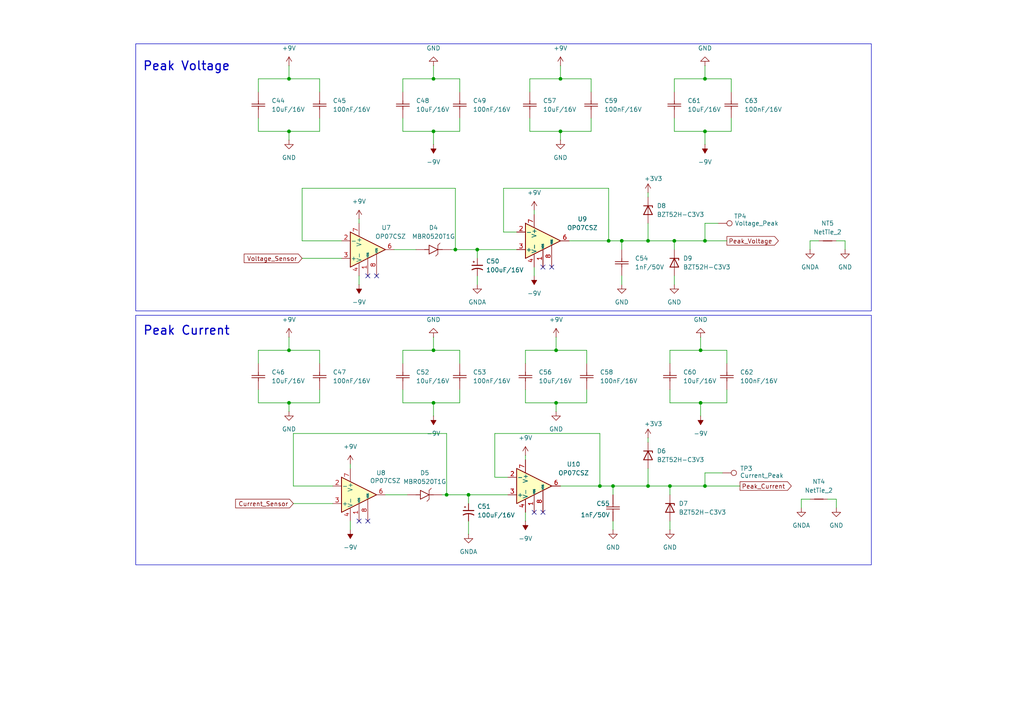
<source format=kicad_sch>
(kicad_sch (version 20250114) (generator "eeschema") (generator_version "9.0")
  (paper "A4")
  (lib_symbols
    (symbol "Connector:TestPoint" (pin_numbers (hide yes)) (pin_names (offset 0.762) (hide yes))
      (property "Reference" "TP" (at 0 6.858 0))
      (property "Value" "TestPoint" (at 0 5.08 0))
      (symbol "TestPoint_0_1"
        (circle (center 0 3.302) (radius 0.762))
      )
      (symbol "TestPoint_1_1"
        (pin passive line (at 0 0 90) (length 2.54) (name "1") (number "1"))
      )
    )
    (symbol "Device:NetTie_2" (pin_numbers (hide yes)) (pin_names (offset 0) (hide yes)) (in_bom no)
      (property "Reference" "NT" (at 0 1.27 0))
      (property "Value" "NetTie_2" (at 0 -1.27 0))
      (symbol "NetTie_2_0_1"
        (polyline (pts (xy -1.27 0) (xy 1.27 0)) (stroke (width 0.254)))
      )
      (symbol "NetTie_2_1_1"
        (pin passive line (at -2.54 0 0) (length 2.54) (name "1") (number "1"))
        (pin passive line (at 2.54 0 180) (length 2.54) (name "2") (number "2"))
      )
    )
    (symbol "Measurement_Power_AC:BZT52H-C3V3" (pin_numbers (hide yes)) (pin_names (hide yes))
      (property "Reference" "D" (at 3.556 2.794 0))
      (property "Value" "BZT52H-C3V3" (at 3.81 -2.54 0))
      (symbol "BZT52H-C3V3_0_1"
        (polyline (pts (xy 2.54 1.27) (xy 2.54 -1.27) (xy 5.08 0) (xy 2.54 1.27)) (stroke (width 0.254)))
        (polyline (pts (xy 2.54 0) (xy 5.08 0)))
        (polyline (pts (xy 5.08 1.27) (xy 5.08 -1.27) (xy 4.572 -1.27)) (stroke (width 0.254)))
      )
      (symbol "BZT52H-C3V3_1_1"
        (pin passive line (at 0 0 0) (length 2.54) (name "A") (number "2"))
        (pin passive line (at 7.62 0 180) (length 2.54) (name "K") (number "1"))
      )
    )
    (symbol "Measurement_Power_AC:Cap_Polarized_SMD_100uF_16V" (pin_numbers (hide yes)) (pin_names (offset 0.254))
      (property "Reference" "C" (at 0 2.286 0))
      (property "Value" "100uF/16V" (at 0 -2.794 0))
      (symbol "Cap_Polarized_SMD_100uF_16V_0_1"
        (polyline (pts (xy 1.016 -1.27) (xy 1.016 -0.762)))
        (polyline (pts (xy 1.27 -1.016) (xy 0.762 -1.016)))
        (polyline (pts (xy 2.032 -1.524) (xy 2.032 1.524)) (stroke (width 0.3048)))
        (arc (start 3.302 -1.524) (mid 2.9134 0) (end 3.302 1.524) (stroke (width 0.3048)))
      )
      (symbol "Cap_Polarized_SMD_100uF_16V_1_1"
        (pin passive line (at 0 0 0) (length 2.032) (name "~") (number "1"))
        (pin passive line (at 5.08 0 180) (length 2.032) (name "~") (number "2"))
      )
    )
    (symbol "Measurement_Power_AC:Ceramic_Cap_SMD_0603_100nF_16V" (pin_numbers (hide yes)) (pin_names (hide yes))
      (property "Reference" "C" (at 1.016 2.794 0))
      (property "Value" "100nF/16V" (at 0.254 5.334 0))
      (symbol "Ceramic_Cap_SMD_0603_100nF_16V_1_1"
        (polyline (pts (xy 1.27 0) (xy 2.2098 0)) (stroke (width 0.2032)))
        (polyline (pts (xy 2.2098 -1.905) (xy 2.2098 1.905)) (stroke (width 0.2032)))
        (polyline (pts (xy 2.8448 0) (xy 3.81 0)) (stroke (width 0.2032)))
        (polyline (pts (xy 2.8448 -1.905) (xy 2.8448 1.905)) (stroke (width 0.2032)))
        (pin unspecified line (at -1.27 0 0) (length 2.54) (name "") (number "1"))
        (pin unspecified line (at 6.35 0 180) (length 2.54) (name "") (number "2"))
      )
    )
    (symbol "Measurement_Power_AC:Ceramic_Cap_SMD_0603_10uF_16V" (pin_numbers (hide yes)) (pin_names (hide yes))
      (property "Reference" "C" (at 2.286 2.794 0))
      (property "Value" "10uF/16V" (at 0.254 5.334 0))
      (symbol "Ceramic_Cap_SMD_0603_10uF_16V_1_1"
        (polyline (pts (xy 2.54 0) (xy 3.4798 0)) (stroke (width 0.2032)))
        (polyline (pts (xy 3.4798 -1.905) (xy 3.4798 1.905)) (stroke (width 0.2032)))
        (polyline (pts (xy 4.1148 0) (xy 5.08 0)) (stroke (width 0.2032)))
        (polyline (pts (xy 4.1148 -1.905) (xy 4.1148 1.905)) (stroke (width 0.2032)))
        (pin unspecified line (at 0 0 0) (length 2.54) (name "") (number "1"))
        (pin unspecified line (at 7.62 0 180) (length 2.54) (name "") (number "2"))
      )
    )
    (symbol "Measurement_Power_AC:Ceramic_Cap_SMD_0603_1nF_50V" (pin_numbers (hide yes)) (pin_names (hide yes))
      (property "Reference" "C" (at 1.016 2.794 0))
      (property "Value" "1nF/50V" (at 0.254 5.334 0))
      (symbol "Ceramic_Cap_SMD_0603_1nF_50V_1_1"
        (polyline (pts (xy 1.27 0) (xy 2.2098 0)) (stroke (width 0.2032)))
        (polyline (pts (xy 2.2098 -1.905) (xy 2.2098 1.905)) (stroke (width 0.2032)))
        (polyline (pts (xy 2.8448 0) (xy 3.81 0)) (stroke (width 0.2032)))
        (polyline (pts (xy 2.8448 -1.905) (xy 2.8448 1.905)) (stroke (width 0.2032)))
        (pin unspecified line (at -1.27 0 0) (length 2.54) (name "") (number "1"))
        (pin unspecified line (at 6.35 0 180) (length 2.54) (name "") (number "2"))
      )
    )
    (symbol "Measurement_Power_AC:MBR0520T1G" (pin_numbers (hide yes)) (pin_names (hide yes))
      (property "Reference" "D" (at -1.016 2.286 0))
      (property "Value" "MBR0520T1G" (at 2.54 -2.794 0))
      (symbol "MBR0520T1G_0_1"
        (polyline (pts (xy -1.27 0) (xy -0.127 0)) (stroke (width 0.2032)))
        (polyline (pts (xy 0 1.27) (xy 0 -1.27)) (stroke (width 0.2032)))
        (polyline (pts (xy 0 -1.27) (xy 2.54 0)) (stroke (width 0.2032)))
        (polyline (pts (xy 2.54 1.27) (xy 2.54 -1.27)))
        (polyline (pts (xy 2.54 1.27) (xy 3.175 1.905)))
        (polyline (pts (xy 2.54 0) (xy 0 1.27)) (stroke (width 0.2032)))
        (polyline (pts (xy 2.54 0) (xy 3.81 0)) (stroke (width 0.2032)))
        (polyline (pts (xy 2.54 -1.27) (xy 1.905 -1.905)))
      )
      (symbol "MBR0520T1G_1_1"
        (pin unspecified line (at -3.81 0 0) (length 2.54) (name "A") (number "1"))
        (pin unspecified line (at 6.35 0 180) (length 2.54) (name "K") (number "2"))
      )
    )
    (symbol "Measurement_Power_AC:OP07CSZ" (pin_names (offset 0.127))
      (property "Reference" "U" (at -1.778 12.954 0))
      (property "Value" "OP07CSZ" (at 9.652 1.27 0))
      (symbol "OP07CSZ_0_1"
        (polyline (pts (xy 0 10.16) (xy 10.16 5.08) (xy 0 0) (xy 0 10.16)) (stroke (width 0.254)) (fill (type background)))
      )
      (symbol "OP07CSZ_1_1"
        (pin input line (at -2.54 7.62 0) (length 2.54) (name "-") (number "2"))
        (pin input line (at -2.54 2.54 0) (length 2.54) (name "+") (number "3"))
        (pin power_in line (at 2.54 12.7 270) (length 3.81) (name "V+") (number "7"))
        (pin power_in line (at 2.54 -2.54 90) (length 3.81) (name "V-") (number "4"))
        (pin no_connect line (at 5.08 7.62 270) (length 2.54) (hide yes) (name "NC") (number "5"))
        (pin input line (at 5.08 -2.54 90) (length 5.08) (name "VOS") (number "1"))
        (pin input line (at 7.62 -2.54 90) (length 6.35) (name "VOS") (number "8"))
        (pin output line (at 12.7 5.08 180) (length 2.54) (name "~") (number "6"))
      )
    )
    (symbol "OP07CSZ_1" (pin_names (offset 0.127))
      (property "Reference" "U" (at -1.778 12.954 0))
      (property "Value" "OP07CSZ" (at 9.652 1.27 0))
      (symbol "OP07CSZ_1_0_1"
        (polyline (pts (xy 0 10.16) (xy 10.16 5.08) (xy 0 0) (xy 0 10.16)) (stroke (width 0.254)) (fill (type background)))
      )
      (symbol "OP07CSZ_1_1_1"
        (pin input line (at -2.54 7.62 0) (length 2.54) (name "-") (number "2"))
        (pin input line (at -2.54 2.54 0) (length 2.54) (name "+") (number "3"))
        (pin power_in line (at 2.54 12.7 270) (length 3.81) (name "V+") (number "7"))
        (pin power_in line (at 2.54 -2.54 90) (length 3.81) (name "V-") (number "4"))
        (pin no_connect line (at 5.08 7.62 270) (length 2.54) (hide yes) (name "NC") (number "5"))
        (pin input line (at 5.08 -2.54 90) (length 5.08) (name "VOS") (number "1"))
        (pin input line (at 7.62 -2.54 90) (length 6.35) (name "VOS") (number "8"))
        (pin output line (at 12.7 5.08 180) (length 2.54) (name "~") (number "6"))
      )
    )
    (symbol "OP07CSZ_2" (pin_names (offset 0.127))
      (property "Reference" "U" (at -1.778 12.954 0))
      (property "Value" "OP07CSZ" (at 9.652 1.27 0))
      (symbol "OP07CSZ_2_0_1"
        (polyline (pts (xy 0 10.16) (xy 10.16 5.08) (xy 0 0) (xy 0 10.16)) (stroke (width 0.254)) (fill (type background)))
      )
      (symbol "OP07CSZ_2_1_1"
        (pin input line (at -2.54 7.62 0) (length 2.54) (name "-") (number "2"))
        (pin input line (at -2.54 2.54 0) (length 2.54) (name "+") (number "3"))
        (pin power_in line (at 2.54 12.7 270) (length 3.81) (name "V+") (number "7"))
        (pin power_in line (at 2.54 -2.54 90) (length 3.81) (name "V-") (number "4"))
        (pin no_connect line (at 5.08 7.62 270) (length 2.54) (hide yes) (name "NC") (number "5"))
        (pin input line (at 5.08 -2.54 90) (length 5.08) (name "VOS") (number "1"))
        (pin input line (at 7.62 -2.54 90) (length 6.35) (name "VOS") (number "8"))
        (pin output line (at 12.7 5.08 180) (length 2.54) (name "~") (number "6"))
      )
    )
    (symbol "OP07CSZ_3" (pin_names (offset 0.127))
      (property "Reference" "U" (at -1.778 12.954 0))
      (property "Value" "OP07CSZ" (at 9.652 1.27 0))
      (symbol "OP07CSZ_3_0_1"
        (polyline (pts (xy 0 10.16) (xy 10.16 5.08) (xy 0 0) (xy 0 10.16)) (stroke (width 0.254)) (fill (type background)))
      )
      (symbol "OP07CSZ_3_1_1"
        (pin input line (at -2.54 7.62 0) (length 2.54) (name "-") (number "2"))
        (pin input line (at -2.54 2.54 0) (length 2.54) (name "+") (number "3"))
        (pin power_in line (at 2.54 12.7 270) (length 3.81) (name "V+") (number "7"))
        (pin power_in line (at 2.54 -2.54 90) (length 3.81) (name "V-") (number "4"))
        (pin no_connect line (at 5.08 7.62 270) (length 2.54) (hide yes) (name "NC") (number "5"))
        (pin input line (at 5.08 -2.54 90) (length 5.08) (name "VOS") (number "1"))
        (pin input line (at 7.62 -2.54 90) (length 6.35) (name "VOS") (number "8"))
        (pin output line (at 12.7 5.08 180) (length 2.54) (name "~") (number "6"))
      )
    )
    (symbol "power:+3V3" (power) (pin_numbers (hide yes)) (pin_names (offset 0) (hide yes))
      (property "Value" "+3V3" (at 0 3.556 0))
      (symbol "+3V3_0_1"
        (polyline (pts (xy -0.762 1.27) (xy 0 2.54)))
        (polyline (pts (xy 0 2.54) (xy 0.762 1.27)))
        (polyline (pts (xy 0 0) (xy 0 2.54)))
      )
      (symbol "+3V3_1_1"
        (pin power_in line (at 0 0 90) (length 0) (name "~") (number "1"))
      )
    )
    (symbol "power:+9V" (power) (pin_numbers (hide yes)) (pin_names (offset 0) (hide yes))
      (property "Value" "+9V" (at 0 3.556 0))
      (symbol "+9V_0_1"
        (polyline (pts (xy -0.762 1.27) (xy 0 2.54)))
        (polyline (pts (xy 0 2.54) (xy 0.762 1.27)))
        (polyline (pts (xy 0 0) (xy 0 2.54)))
      )
      (symbol "+9V_1_1"
        (pin power_in line (at 0 0 90) (length 0) (name "~") (number "1"))
      )
    )
    (symbol "power:-9V" (power) (pin_numbers (hide yes)) (pin_names (offset 0) (hide yes))
      (property "Value" "-9V" (at 0 3.556 0))
      (symbol "-9V_0_1"
        (polyline (pts (xy 0 0) (xy 0 2.54)))
        (polyline (pts (xy 0.762 1.27) (xy -0.762 1.27) (xy 0 2.54) (xy 0.762 1.27)) (fill (type outline)))
      )
      (symbol "-9V_1_1"
        (pin power_in line (at 0 0 90) (length 0) (name "~") (number "1"))
      )
    )
    (symbol "power:GND" (power) (pin_numbers (hide yes)) (pin_names (offset 0) (hide yes))
      (property "Value" "GND" (at 0 -3.81 0))
      (symbol "GND_0_1"
        (polyline (pts (xy 0 0) (xy 0 -1.27) (xy 1.27 -1.27) (xy 0 -2.54) (xy -1.27 -1.27) (xy 0 -1.27)))
      )
      (symbol "GND_1_1"
        (pin power_in line (at 0 0 270) (length 0) (name "~") (number "1"))
      )
    )
    (symbol "power:GNDA" (power) (pin_numbers (hide yes)) (pin_names (offset 0) (hide yes))
      (property "Value" "GNDA" (at 0 -3.81 0))
      (symbol "GNDA_0_1"
        (polyline (pts (xy 0 0) (xy 0 -1.27) (xy 1.27 -1.27) (xy 0 -2.54) (xy -1.27 -1.27) (xy 0 -1.27)))
      )
      (symbol "GNDA_1_1"
        (pin power_in line (at 0 0 270) (length 0) (name "~") (number "1"))
      )
    )
  )
  (rectangle (start 39.37 91.44) (end 252.73 163.83))
  (rectangle (start 39.37 12.7) (end 252.73 90.17))
  (text "Peak Current" (at 54.102 96.012 0) (effects (font (size 2.54 2.54) (thickness 0.3556) (bold yes))))
  (text "Peak Voltage" (at 54.102 19.304 0) (effects (font (size 2.54 2.54) (thickness 0.3556) (bold yes))))
  (junction (at 203.2 116.84))
  (junction (at 125.73 101.6))
  (junction (at 138.43 72.39))
  (junction (at 176.53 69.85))
  (junction (at 177.8 140.97))
  (junction (at 204.47 140.97))
  (junction (at 162.56 38.1))
  (junction (at 195.58 69.85))
  (junction (at 132.08 72.39))
  (junction (at 162.56 22.86))
  (junction (at 180.34 69.85))
  (junction (at 125.73 116.84))
  (junction (at 135.89 143.51))
  (junction (at 129.54 143.51))
  (junction (at 173.99 140.97))
  (junction (at 161.29 116.84))
  (junction (at 161.29 101.6))
  (junction (at 125.73 22.86))
  (junction (at 83.82 116.84))
  (junction (at 125.73 38.1))
  (junction (at 83.82 22.86))
  (junction (at 83.82 38.1))
  (junction (at 187.96 140.97))
  (junction (at 204.47 38.1))
  (junction (at 203.2 101.6))
  (junction (at 204.47 69.85))
  (junction (at 187.96 69.85))
  (junction (at 83.82 101.6))
  (junction (at 204.47 22.86))
  (junction (at 194.31 140.97))
  (no_connect (at 106.68 151.13))
  (no_connect (at 104.14 151.13))
  (no_connect (at 157.48 77.47))
  (no_connect (at 157.48 148.59))
  (no_connect (at 109.22 80.01))
  (no_connect (at 154.94 148.59))
  (no_connect (at 160.02 77.47))
  (no_connect (at 106.68 80.01))
  (wire (pts (xy 176.53 69.85) (xy 180.34 69.85)))
  (wire (pts (xy 74.93 116.84) (xy 83.82 116.84)))
  (wire (pts (xy 161.29 101.6) (xy 170.18 101.6)))
  (wire (pts (xy 83.82 22.86) (xy 92.71 22.86)))
  (wire (pts (xy 74.93 101.6) (xy 83.82 101.6)))
  (wire (pts (xy 204.47 38.1) (xy 204.47 41.91)))
  (wire (pts (xy 74.93 113.03) (xy 74.93 116.84)))
  (wire (pts (xy 187.96 140.97) (xy 177.8 140.97)))
  (wire (pts (xy 203.2 101.6) (xy 210.82 101.6)))
  (wire (pts (xy 83.82 101.6) (xy 92.71 101.6)))
  (wire (pts (xy 195.58 69.85) (xy 204.47 69.85)))
  (wire (pts (xy 176.53 69.85) (xy 165.1 69.85)))
  (wire (pts (xy 212.09 38.1) (xy 212.09 34.29)))
  (wire (pts (xy 187.96 135.89) (xy 187.96 140.97)))
  (wire (pts (xy 204.47 69.85) (xy 210.82 69.85)))
  (wire (pts (xy 101.6 151.13) (xy 101.6 153.67)))
  (wire (pts (xy 242.57 144.78) (xy 240.03 144.78)))
  (wire (pts (xy 87.63 69.85) (xy 87.63 54.61)))
  (wire (pts (xy 116.84 26.67) (xy 116.84 22.86)))
  (wire (pts (xy 147.32 138.43) (xy 143.51 138.43)))
  (wire (pts (xy 154.94 77.47) (xy 154.94 80.01)))
  (wire (pts (xy 154.94 60.96) (xy 154.94 62.23)))
  (wire (pts (xy 161.29 116.84) (xy 161.29 119.38)))
  (wire (pts (xy 162.56 22.86) (xy 171.45 22.86)))
  (wire (pts (xy 245.11 69.85) (xy 242.57 69.85)))
  (wire (pts (xy 153.67 38.1) (xy 162.56 38.1)))
  (wire (pts (xy 195.58 72.39) (xy 195.58 69.85)))
  (wire (pts (xy 171.45 22.86) (xy 171.45 26.67)))
  (wire (pts (xy 161.29 116.84) (xy 170.18 116.84)))
  (wire (pts (xy 153.67 34.29) (xy 153.67 38.1)))
  (wire (pts (xy 234.95 69.85) (xy 237.49 69.85)))
  (wire (pts (xy 116.84 22.86) (xy 125.73 22.86)))
  (wire (pts (xy 129.54 143.51) (xy 128.27 143.51)))
  (wire (pts (xy 138.43 72.39) (xy 149.86 72.39)))
  (wire (pts (xy 210.82 101.6) (xy 210.82 105.41)))
  (wire (pts (xy 74.93 105.41) (xy 74.93 101.6)))
  (wire (pts (xy 114.3 72.39) (xy 120.65 72.39)))
  (wire (pts (xy 111.76 143.51) (xy 118.11 143.51)))
  (wire (pts (xy 203.2 97.79) (xy 203.2 101.6)))
  (wire (pts (xy 85.09 140.97) (xy 96.52 140.97)))
  (wire (pts (xy 101.6 134.62) (xy 101.6 135.89)))
  (wire (pts (xy 204.47 64.77) (xy 204.47 69.85)))
  (wire (pts (xy 125.73 19.05) (xy 125.73 22.86)))
  (wire (pts (xy 177.8 151.13) (xy 177.8 153.67)))
  (wire (pts (xy 194.31 116.84) (xy 203.2 116.84)))
  (wire (pts (xy 125.73 22.86) (xy 133.35 22.86)))
  (wire (pts (xy 195.58 22.86) (xy 204.47 22.86)))
  (wire (pts (xy 232.41 144.78) (xy 234.95 144.78)))
  (wire (pts (xy 194.31 105.41) (xy 194.31 101.6)))
  (wire (pts (xy 170.18 116.84) (xy 170.18 113.03)))
  (wire (pts (xy 195.58 34.29) (xy 195.58 38.1)))
  (wire (pts (xy 234.95 72.39) (xy 234.95 69.85)))
  (wire (pts (xy 177.8 143.51) (xy 177.8 140.97)))
  (wire (pts (xy 242.57 144.78) (xy 242.57 147.32)))
  (wire (pts (xy 162.56 38.1) (xy 171.45 38.1)))
  (wire (pts (xy 92.71 38.1) (xy 92.71 34.29)))
  (wire (pts (xy 125.73 116.84) (xy 125.73 120.65)))
  (wire (pts (xy 116.84 34.29) (xy 116.84 38.1)))
  (wire (pts (xy 116.84 113.03) (xy 116.84 116.84)))
  (wire (pts (xy 87.63 54.61) (xy 132.08 54.61)))
  (wire (pts (xy 152.4 132.08) (xy 152.4 133.35)))
  (wire (pts (xy 138.43 80.01) (xy 138.43 82.55)))
  (wire (pts (xy 204.47 22.86) (xy 212.09 22.86)))
  (wire (pts (xy 125.73 101.6) (xy 133.35 101.6)))
  (wire (pts (xy 116.84 105.41) (xy 116.84 101.6)))
  (wire (pts (xy 187.96 55.88) (xy 187.96 57.15)))
  (wire (pts (xy 146.05 67.31) (xy 146.05 54.61)))
  (wire (pts (xy 187.96 140.97) (xy 194.31 140.97)))
  (wire (pts (xy 138.43 72.39) (xy 138.43 74.93)))
  (wire (pts (xy 204.47 137.16) (xy 204.47 140.97)))
  (wire (pts (xy 116.84 116.84) (xy 125.73 116.84)))
  (wire (pts (xy 133.35 116.84) (xy 133.35 113.03)))
  (wire (pts (xy 195.58 26.67) (xy 195.58 22.86)))
  (wire (pts (xy 85.09 146.05) (xy 96.52 146.05)))
  (wire (pts (xy 170.18 101.6) (xy 170.18 105.41)))
  (wire (pts (xy 74.93 38.1) (xy 83.82 38.1)))
  (wire (pts (xy 133.35 22.86) (xy 133.35 26.67)))
  (wire (pts (xy 180.34 72.39) (xy 180.34 69.85)))
  (wire (pts (xy 204.47 140.97) (xy 214.63 140.97)))
  (wire (pts (xy 132.08 72.39) (xy 138.43 72.39)))
  (wire (pts (xy 143.51 125.73) (xy 173.99 125.73)))
  (wire (pts (xy 152.4 105.41) (xy 152.4 101.6)))
  (wire (pts (xy 173.99 140.97) (xy 177.8 140.97)))
  (wire (pts (xy 152.4 101.6) (xy 161.29 101.6)))
  (wire (pts (xy 133.35 101.6) (xy 133.35 105.41)))
  (wire (pts (xy 125.73 38.1) (xy 125.73 41.91)))
  (wire (pts (xy 146.05 54.61) (xy 176.53 54.61)))
  (wire (pts (xy 104.14 80.01) (xy 104.14 82.55)))
  (wire (pts (xy 83.82 116.84) (xy 83.82 119.38)))
  (wire (pts (xy 187.96 69.85) (xy 195.58 69.85)))
  (wire (pts (xy 162.56 19.05) (xy 162.56 22.86)))
  (wire (pts (xy 195.58 80.01) (xy 195.58 82.55)))
  (wire (pts (xy 92.71 116.84) (xy 92.71 113.03)))
  (wire (pts (xy 232.41 147.32) (xy 232.41 144.78)))
  (wire (pts (xy 92.71 22.86) (xy 92.71 26.67)))
  (wire (pts (xy 204.47 19.05) (xy 204.47 22.86)))
  (wire (pts (xy 171.45 38.1) (xy 171.45 34.29)))
  (wire (pts (xy 187.96 69.85) (xy 180.34 69.85)))
  (wire (pts (xy 245.11 69.85) (xy 245.11 72.39)))
  (wire (pts (xy 83.82 97.79) (xy 83.82 101.6)))
  (wire (pts (xy 204.47 38.1) (xy 212.09 38.1)))
  (wire (pts (xy 195.58 38.1) (xy 204.47 38.1)))
  (wire (pts (xy 194.31 101.6) (xy 203.2 101.6)))
  (wire (pts (xy 173.99 125.73) (xy 173.99 140.97)))
  (wire (pts (xy 135.89 143.51) (xy 147.32 143.51)))
  (wire (pts (xy 187.96 64.77) (xy 187.96 69.85)))
  (wire (pts (xy 152.4 148.59) (xy 152.4 151.13)))
  (wire (pts (xy 87.63 74.93) (xy 99.06 74.93)))
  (wire (pts (xy 194.31 151.13) (xy 194.31 153.67)))
  (wire (pts (xy 74.93 22.86) (xy 83.82 22.86)))
  (wire (pts (xy 83.82 38.1) (xy 92.71 38.1)))
  (wire (pts (xy 85.09 140.97) (xy 85.09 125.73)))
  (wire (pts (xy 129.54 125.73) (xy 129.54 143.51)))
  (wire (pts (xy 152.4 113.03) (xy 152.4 116.84)))
  (wire (pts (xy 129.54 143.51) (xy 135.89 143.51)))
  (wire (pts (xy 162.56 38.1) (xy 162.56 40.64)))
  (wire (pts (xy 135.89 151.13) (xy 135.89 154.94)))
  (wire (pts (xy 104.14 63.5) (xy 104.14 64.77)))
  (wire (pts (xy 180.34 80.01) (xy 180.34 82.55)))
  (wire (pts (xy 125.73 38.1) (xy 133.35 38.1)))
  (wire (pts (xy 132.08 72.39) (xy 130.81 72.39)))
  (wire (pts (xy 149.86 67.31) (xy 146.05 67.31)))
  (wire (pts (xy 85.09 125.73) (xy 129.54 125.73)))
  (wire (pts (xy 194.31 113.03) (xy 194.31 116.84)))
  (wire (pts (xy 87.63 69.85) (xy 99.06 69.85)))
  (wire (pts (xy 125.73 97.79) (xy 125.73 101.6)))
  (wire (pts (xy 92.71 101.6) (xy 92.71 105.41)))
  (wire (pts (xy 83.82 38.1) (xy 83.82 40.64)))
  (wire (pts (xy 116.84 101.6) (xy 125.73 101.6)))
  (wire (pts (xy 204.47 64.77) (xy 208.28 64.77)))
  (wire (pts (xy 161.29 97.79) (xy 161.29 101.6)))
  (wire (pts (xy 203.2 116.84) (xy 203.2 120.65)))
  (wire (pts (xy 83.82 116.84) (xy 92.71 116.84)))
  (wire (pts (xy 153.67 22.86) (xy 162.56 22.86)))
  (wire (pts (xy 203.2 116.84) (xy 210.82 116.84)))
  (wire (pts (xy 210.82 116.84) (xy 210.82 113.03)))
  (wire (pts (xy 83.82 19.05) (xy 83.82 22.86)))
  (wire (pts (xy 209.55 137.16) (xy 204.47 137.16)))
  (wire (pts (xy 194.31 143.51) (xy 194.31 140.97)))
  (wire (pts (xy 74.93 34.29) (xy 74.93 38.1)))
  (wire (pts (xy 187.96 127) (xy 187.96 128.27)))
  (wire (pts (xy 173.99 140.97) (xy 162.56 140.97)))
  (wire (pts (xy 116.84 38.1) (xy 125.73 38.1)))
  (wire (pts (xy 176.53 54.61) (xy 176.53 69.85)))
  (wire (pts (xy 135.89 143.51) (xy 135.89 146.05)))
  (wire (pts (xy 125.73 116.84) (xy 133.35 116.84)))
  (wire (pts (xy 132.08 54.61) (xy 132.08 72.39)))
  (wire (pts (xy 152.4 116.84) (xy 161.29 116.84)))
  (wire (pts (xy 212.09 22.86) (xy 212.09 26.67)))
  (wire (pts (xy 74.93 26.67) (xy 74.93 22.86)))
  (wire (pts (xy 133.35 38.1) (xy 133.35 34.29)))
  (wire (pts (xy 194.31 140.97) (xy 204.47 140.97)))
  (wire (pts (xy 143.51 138.43) (xy 143.51 125.73)))
  (wire (pts (xy 153.67 26.67) (xy 153.67 22.86)))
  (global_label "Voltage_Sensor" (shape input) (at 87.63 74.93 180) (property "Intersheetrefs" "${INTERSHEET_REFS}" (effects (hide yes))))
  (global_label "Peak_Voltage" (shape output) (at 210.82 69.85 0) (property "Intersheetrefs" "${INTERSHEET_REFS}" (effects (hide yes))))
  (global_label "Peak_Current" (shape output) (at 214.63 140.97 0) (property "Intersheetrefs" "${INTERSHEET_REFS}" (effects (hide yes))))
  (global_label "Current_Sensor" (shape input) (at 85.09 146.05 180) (property "Intersheetrefs" "${INTERSHEET_REFS}" (effects (hide yes))))
  (symbol (lib_id "power:GND") (at 162.56 40.64 0) (unit 1)
    (property "Reference" "#PWR098" (effects (hide yes)))
    (property "Value" "GND" (at 162.56 45.72 0))
    (property "Description" "Power symbol creates a global label with name \"GND\" , ground" (effects (hide yes)))
  )
  (symbol (lib_id "power:GNDA") (at 234.95 72.39 0) (unit 1)
    (property "Reference" "#PWR088" (effects (hide yes)))
    (property "Value" "GNDA" (at 234.95 77.47 0))
    (property "Description" "Power symbol creates a global label with name \"GNDA\" , analog ground" (effects (hide yes)))
  )
  (symbol (lib_id "power:GND") (at 194.31 153.67 0) (unit 1)
    (property "Reference" "#PWR090" (effects (hide yes)))
    (property "Value" "GND" (at 194.31 158.75 0))
    (property "Description" "Power symbol creates a global label with name \"GND\" , ground" (effects (hide yes)))
  )
  (symbol (lib_id "power:GND") (at 245.11 72.39 0) (unit 1)
    (property "Reference" "#PWR093" (effects (hide yes)))
    (property "Value" "GND" (at 245.11 77.47 0))
    (property "Description" "Power symbol creates a global label with name \"GND\" , ground" (effects (hide yes)))
  )
  (symbol (lib_id "Measurement_Power_AC:MBR0520T1G") (at 121.92 143.51 0) (unit 1)
    (property "Reference" "D5" (at 123.19 137.16 0))
    (property "Value" "MBR0520T1G" (at 123.19 139.7 0))
    (property "Footprint" "Diode_SMD:D_SOD-123" (effects (hide yes)))
    (property "Datasheet" "https://www.alldatasheet.com/datasheet-pdf/view/281319/SEMTECH_ELEC/MBR0520.html" (effects (hide yes)))
    (property "Description" "0.5A 20V SMD Schottky Rectifier Diode" (effects (hide yes)))
    (property "Supply name" "tme" (effects (hide yes)))
    (property "Supply part number" "0.5A 20V SMD Schottky Rectifier Diode" (effects (hide yes)))
    (property "Supply URL" "https://www.tme.vn/Product.aspx?id=1582&CateId=355#page=pro_info" (effects (hide yes)))
  )
  (symbol (lib_id "Measurement_Power_AC:Cap_Polarized_SMD_100uF_16V") (at 135.89 146.05 270) (unit 1)
    (property "Reference" "C51" (at 138.43 146.8881 90) (effects (justify left)))
    (property "Value" "100uF/16V" (at 138.43 149.4281 90) (effects (justify left)))
    (property "Footprint" "Capacitor_SMD:CP_Elec_6.3x5.4" (effects (hide yes)))
    (property "Datasheet" "https://www.thegioiic.com/upload/documents/5121f69ada901167d040dfa7ca79f071.pdf" (effects (hide yes)))
    (property "Description" "Polarized capacitor 100uF 16V, 20%" (effects (hide yes)))
    (property "Supply name" "Thegioiic" (effects (hide yes)))
    (property "Supply part number" "Tụ Nhôm SMD 100uF 16V 6.3x5.4mm" (effects (hide yes)))
    (property "Supply URL" "https://www.thegioiic.com/tu-nhom-smd-100uf-16v-6-3x5-4mm" (effects (hide yes)))
  )
  (symbol (lib_id "power:GND") (at 195.58 82.55 0) (unit 1)
    (property "Reference" "#PWR094" (effects (hide yes)))
    (property "Value" "GND" (at 195.58 87.63 0))
    (property "Description" "Power symbol creates a global label with name \"GND\" , ground" (effects (hide yes)))
  )
  (symbol (lib_id "Measurement_Power_AC:BZT52H-C3V3") (at 194.31 151.13 90) (unit 1)
    (property "Reference" "D7" (at 196.85 146.0499 90) (effects (justify right)))
    (property "Value" "BZT52H-C3V3" (at 196.85 148.5899 90) (effects (justify right)))
    (property "Footprint" "charge_battery_footprint_lib:Diode_Zener_BZT52H" (effects (hide yes)))
    (property "Datasheet" "https://www.thegioiic.com/upload/documents/e098edf13a3c7e79be2256b43d44d38b.pdf" (effects (hide yes)))
    (property "Description" "3.3V 375mW Zener Diode, SOD-123F" (effects (hide yes)))
    (property "Supply name" "Thegioiic" (effects (hide yes)))
    (property "Supply part number" "BZT52H-C3V3 Diode Zener 3.3V 375mW SOD-123F" (effects (hide yes)))
    (property "Supply URL" "https://www.thegioiic.com/bzt52h-c3v3-diode-zener-3-3v-375mw-sod-123f" (effects (hide yes)))
  )
  (symbol (lib_id "power:GNDA") (at 138.43 82.55 0) (unit 1)
    (property "Reference" "#PWR077" (effects (hide yes)))
    (property "Value" "GNDA" (at 138.43 87.63 0))
    (property "Description" "Power symbol creates a global label with name \"GNDA\" , analog ground" (effects (hide yes)))
  )
  (symbol (lib_id "power:+9V") (at 154.94 60.96 0) (unit 1)
    (property "Reference" "#PWR081" (effects (hide yes)))
    (property "Value" "+9V" (at 154.94 55.88 0))
    (property "Description" "Power symbol creates a global label with name \"+9V\"" (effects (hide yes)))
  )
  (symbol (lib_id "power:-9V") (at 154.94 80.01 180) (unit 1)
    (property "Reference" "#PWR082" (effects (hide yes)))
    (property "Value" "-9V" (at 154.94 85.09 0))
    (property "Description" "Power symbol creates a global label with name \"-9V\"" (effects (hide yes)))
  )
  (symbol (lib_id "power:GND") (at 180.34 82.55 0) (unit 1)
    (property "Reference" "#PWR085" (effects (hide yes)))
    (property "Value" "GND" (at 180.34 87.63 0))
    (property "Description" "Power symbol creates a global label with name \"GND\" , ground" (effects (hide yes)))
  )
  (symbol (lib_id "power:+9V") (at 104.14 63.5 0) (unit 1)
    (property "Reference" "#PWR069" (effects (hide yes)))
    (property "Value" "+9V" (at 104.14 58.42 0))
    (property "Description" "Power symbol creates a global label with name \"+9V\"" (effects (hide yes)))
  )
  (symbol (lib_id "Measurement_Power_AC:Ceramic_Cap_SMD_0603_10uF_16V") (at 153.67 34.29 90) (unit 1)
    (property "Reference" "C57" (at 157.48 29.2099 90) (effects (justify right)))
    (property "Value" "10uF/16V" (at 157.48 31.7499 90) (effects (justify right)))
    (property "Footprint" "Measure_Power_AC:Ceramic_Cap_0603" (effects (hide yes)))
    (property "Datasheet" "https://www.mouser.vn/datasheet/2/40/KYOCERA_AutoMLCCKAM-3106308.pdf" (effects (hide yes)))
    (property "Description" "10%, 0603 (1608 Metric)" (effects (hide yes)))
    (property "Supply name" "Thegioiic" (effects (hide yes)))
    (property "Supply part number" "Tụ Gốm 0603 10uF 16V" (effects (hide yes)))
    (property "Supply URL" "https://www.thegioiic.com/tu-gom-0603-10uf-16v" (effects (hide yes)))
  )
  (symbol (lib_id "power:GNDA") (at 232.41 147.32 0) (unit 1)
    (property "Reference" "#PWR087" (effects (hide yes)))
    (property "Value" "GNDA" (at 232.41 152.4 0))
    (property "Description" "Power symbol creates a global label with name \"GNDA\" , analog ground" (effects (hide yes)))
  )
  (symbol (lib_name "OP07CSZ_3") (lib_id "Measurement_Power_AC:OP07CSZ") (at 149.86 146.05 0) (unit 1)
    (property "Reference" "U10" (at 166.37 134.6514 0))
    (property "Value" "OP07CSZ" (at 166.37 137.1914 0))
    (property "Footprint" "Measure_Power_AC:SOIC-8" (effects (hide yes)))
    (property "Datasheet" "https://www.analog.com/media/en/technical-documentation/data-sheets/OP07.pdf" (effects (hide yes)))
    (property "Description" "OP07CSZ IC OPAMP General Purpose Amplifier 1 Circuit 600Khz, 8-SOIC" (effects (hide yes)))
    (property "Supply part number" "OP07CSZ IC OPAMP General Purpose Amplifier" (effects (hide yes)))
    (property "Supply URL" "http://www.tme.vn/Product.aspx?id=1999#page=pro_info" (effects (hide yes)))
    (property "Supply name" "tme" (effects (hide yes)))
  )
  (symbol (lib_id "Device:NetTie_2") (at 237.49 144.78 0) (unit 1) (in_bom no)
    (property "Reference" "NT4" (at 237.49 139.7 0))
    (property "Value" "NetTie_2" (at 237.49 142.24 0))
    (property "Footprint" "NetTie:NetTie-2_SMD_Pad0.5mm" (effects (hide yes)))
    (property "Description" "Net tie, 2 pins" (effects (hide yes)))
  )
  (symbol (lib_id "power:-9V") (at 101.6 153.67 180) (unit 1)
    (property "Reference" "#PWR072" (effects (hide yes)))
    (property "Value" "-9V" (at 101.6 158.75 0))
    (property "Description" "Power symbol creates a global label with name \"-9V\"" (effects (hide yes)))
  )
  (symbol (lib_id "Measurement_Power_AC:Ceramic_Cap_SMD_0603_100nF_16V") (at 92.71 111.76 90) (unit 1)
    (property "Reference" "C47" (at 96.52 107.9499 90) (effects (justify right)))
    (property "Value" "100nF/16V" (at 96.52 110.4899 90) (effects (justify right)))
    (property "Footprint" "Measure_Power_AC:Ceramic_Cap_0603" (effects (hide yes)))
    (property "Datasheet" "https://www.mouser.vn/datasheet/2/40/KYOCERA_AutoMLCCKAM-3106308.pdf" (effects (hide yes)))
    (property "Description" "10%, 0603 (1608 Metric)" (effects (hide yes)))
    (property "Supply name" "Thegioiic" (effects (hide yes)))
    (property "Supply part number" "Tụ Gốm 0603 100nF (0.1uF) 16V" (effects (hide yes)))
    (property "Supply URL" "https://www.thegioiic.com/tu-gom-0603-100nf-0-1uf-16v" (effects (hide yes)))
  )
  (symbol (lib_id "power:+9V") (at 162.56 19.05 0) (unit 1)
    (property "Reference" "#PWR097" (effects (hide yes)))
    (property "Value" "+9V" (at 162.56 13.97 0))
    (property "Description" "Power symbol creates a global label with name \"+9V\"" (effects (hide yes)))
  )
  (symbol (lib_name "OP07CSZ_1") (lib_id "Measurement_Power_AC:OP07CSZ") (at 101.6 77.47 0) (unit 1)
    (property "Reference" "U7" (at 112.014 66.04 0))
    (property "Value" "OP07CSZ" (at 113.284 68.58 0))
    (property "Footprint" "Measure_Power_AC:SOIC-8" (effects (hide yes)))
    (property "Datasheet" "https://www.analog.com/media/en/technical-documentation/data-sheets/OP07.pdf" (effects (hide yes)))
    (property "Description" "OP07CSZ IC OPAMP General Purpose Amplifier 1 Circuit 600Khz, 8-SOIC" (effects (hide yes)))
    (property "Supply part number" "OP07CSZ IC OPAMP General Purpose Amplifier" (effects (hide yes)))
    (property "Supply URL" "http://www.tme.vn/Product.aspx?id=1999#page=pro_info" (effects (hide yes)))
    (property "Supply name" "tme" (effects (hide yes)))
  )
  (symbol (lib_id "power:GND") (at 177.8 153.67 0) (unit 1)
    (property "Reference" "#PWR086" (effects (hide yes)))
    (property "Value" "GND" (at 177.8 158.75 0))
    (property "Description" "Power symbol creates a global label with name \"GND\" , ground" (effects (hide yes)))
  )
  (symbol (lib_id "power:GND") (at 125.73 97.79 180) (unit 1)
    (property "Reference" "#PWR079" (effects (hide yes)))
    (property "Value" "GND" (at 125.73 92.71 0))
    (property "Description" "Power symbol creates a global label with name \"GND\" , ground" (effects (hide yes)))
  )
  (symbol (lib_id "Measurement_Power_AC:BZT52H-C3V3") (at 187.96 64.77 90) (unit 1)
    (property "Reference" "D8" (at 190.5 59.6899 90) (effects (justify right)))
    (property "Value" "BZT52H-C3V3" (at 190.5 62.2299 90) (effects (justify right)))
    (property "Footprint" "charge_battery_footprint_lib:Diode_Zener_BZT52H" (effects (hide yes)))
    (property "Datasheet" "https://www.thegioiic.com/upload/documents/e098edf13a3c7e79be2256b43d44d38b.pdf" (effects (hide yes)))
    (property "Description" "3.3V 375mW Zener Diode, SOD-123F" (effects (hide yes)))
    (property "Supply name" "Thegioiic" (effects (hide yes)))
    (property "Supply part number" "BZT52H-C3V3 Diode Zener 3.3V 375mW SOD-123F" (effects (hide yes)))
    (property "Supply URL" "https://www.thegioiic.com/bzt52h-c3v3-diode-zener-3-3v-375mw-sod-123f" (effects (hide yes)))
  )
  (symbol (lib_id "Measurement_Power_AC:Ceramic_Cap_SMD_0603_10uF_16V") (at 116.84 113.03 90) (unit 1)
    (property "Reference" "C52" (at 120.65 107.9499 90) (effects (justify right)))
    (property "Value" "10uF/16V" (at 120.65 110.4899 90) (effects (justify right)))
    (property "Footprint" "Measure_Power_AC:Ceramic_Cap_0603" (effects (hide yes)))
    (property "Datasheet" "https://www.mouser.vn/datasheet/2/40/KYOCERA_AutoMLCCKAM-3106308.pdf" (effects (hide yes)))
    (property "Description" "10%, 0603 (1608 Metric)" (effects (hide yes)))
    (property "Supply name" "Thegioiic" (effects (hide yes)))
    (property "Supply part number" "Tụ Gốm 0603 10uF 16V" (effects (hide yes)))
    (property "Supply URL" "https://www.thegioiic.com/tu-gom-0603-10uf-16v" (effects (hide yes)))
  )
  (symbol (lib_id "Measurement_Power_AC:Ceramic_Cap_SMD_0603_10uF_16V") (at 74.93 113.03 90) (unit 1)
    (property "Reference" "C46" (at 78.74 107.9499 90) (effects (justify right)))
    (property "Value" "10uF/16V" (at 78.74 110.4899 90) (effects (justify right)))
    (property "Footprint" "Measure_Power_AC:Ceramic_Cap_0603" (effects (hide yes)))
    (property "Datasheet" "https://www.mouser.vn/datasheet/2/40/KYOCERA_AutoMLCCKAM-3106308.pdf" (effects (hide yes)))
    (property "Description" "10%, 0603 (1608 Metric)" (effects (hide yes)))
    (property "Supply name" "Thegioiic" (effects (hide yes)))
    (property "Supply part number" "Tụ Gốm 0603 10uF 16V" (effects (hide yes)))
    (property "Supply URL" "https://www.thegioiic.com/tu-gom-0603-10uf-16v" (effects (hide yes)))
  )
  (symbol (lib_id "power:+9V") (at 152.4 132.08 0) (unit 1)
    (property "Reference" "#PWR083" (effects (hide yes)))
    (property "Value" "+9V" (at 152.4 127 0))
    (property "Description" "Power symbol creates a global label with name \"+9V\"" (effects (hide yes)))
  )
  (symbol (lib_id "power:+9V") (at 161.29 97.79 0) (unit 1)
    (property "Reference" "#PWR095" (effects (hide yes)))
    (property "Value" "+9V" (at 161.29 92.71 0))
    (property "Description" "Power symbol creates a global label with name \"+9V\"" (effects (hide yes)))
  )
  (symbol (lib_id "Measurement_Power_AC:Cap_Polarized_SMD_100uF_16V") (at 138.43 74.93 270) (unit 1)
    (property "Reference" "C50" (at 140.97 75.7681 90) (effects (justify left)))
    (property "Value" "100uF/16V" (at 140.97 78.3081 90) (effects (justify left)))
    (property "Footprint" "Capacitor_SMD:CP_Elec_6.3x5.4" (effects (hide yes)))
    (property "Datasheet" "https://www.thegioiic.com/upload/documents/5121f69ada901167d040dfa7ca79f071.pdf" (effects (hide yes)))
    (property "Description" "Polarized capacitor 100uF 16V, 20%" (effects (hide yes)))
    (property "Supply name" "Thegioiic" (effects (hide yes)))
    (property "Supply part number" "Tụ Nhôm SMD 100uF 16V 6.3x5.4mm" (effects (hide yes)))
    (property "Supply URL" "https://www.thegioiic.com/tu-nhom-smd-100uf-16v-6-3x5-4mm" (effects (hide yes)))
  )
  (symbol (lib_id "Measurement_Power_AC:Ceramic_Cap_SMD_0603_100nF_16V") (at 133.35 111.76 90) (unit 1)
    (property "Reference" "C53" (at 137.16 107.9499 90) (effects (justify right)))
    (property "Value" "100nF/16V" (at 137.16 110.4899 90) (effects (justify right)))
    (property "Footprint" "Measure_Power_AC:Ceramic_Cap_0603" (effects (hide yes)))
    (property "Datasheet" "https://www.mouser.vn/datasheet/2/40/KYOCERA_AutoMLCCKAM-3106308.pdf" (effects (hide yes)))
    (property "Description" "10%, 0603 (1608 Metric)" (effects (hide yes)))
    (property "Supply name" "Thegioiic" (effects (hide yes)))
    (property "Supply part number" "Tụ Gốm 0603 100nF (0.1uF) 16V" (effects (hide yes)))
    (property "Supply URL" "https://www.thegioiic.com/tu-gom-0603-100nf-0-1uf-16v" (effects (hide yes)))
  )
  (symbol (lib_id "Measurement_Power_AC:Ceramic_Cap_SMD_0603_1nF_50V") (at 180.34 78.74 90) (unit 1)
    (property "Reference" "C54" (at 184.15 74.9299 90) (effects (justify right)))
    (property "Value" "1nF/50V" (at 184.15 77.4699 90) (effects (justify right)))
    (property "Footprint" "Measure_Power_AC:Ceramic_Cap_0603" (effects (hide yes)))
    (property "Datasheet" "https://www.mouser.vn/datasheet/2/40/KYOCERA_AutoMLCCKAM-3106308.pdf" (effects (hide yes)))
    (property "Description" "10%, 0603 (1608 Metric)" (effects (hide yes)))
    (property "Supply name" "Thegioiic" (effects (hide yes)))
    (property "Supply part number" "Tụ Gốm 0603 1nF 50V" (effects (hide yes)))
    (property "Supply URL" "https://www.thegioiic.com/tu-gom-0603-1nf-50v" (effects (hide yes)))
  )
  (symbol (lib_id "power:GND") (at 83.82 119.38 0) (unit 1)
    (property "Reference" "#PWR074" (effects (hide yes)))
    (property "Value" "GND" (at 83.82 124.46 0))
    (property "Description" "Power symbol creates a global label with name \"GND\" , ground" (effects (hide yes)))
  )
  (symbol (lib_id "Measurement_Power_AC:BZT52H-C3V3") (at 187.96 135.89 90) (unit 1)
    (property "Reference" "D6" (at 190.5 130.8099 90) (effects (justify right)))
    (property "Value" "BZT52H-C3V3" (at 190.5 133.3499 90) (effects (justify right)))
    (property "Footprint" "charge_battery_footprint_lib:Diode_Zener_BZT52H" (effects (hide yes)))
    (property "Datasheet" "https://www.thegioiic.com/upload/documents/e098edf13a3c7e79be2256b43d44d38b.pdf" (effects (hide yes)))
    (property "Description" "3.3V 375mW Zener Diode, SOD-123F" (effects (hide yes)))
    (property "Supply name" "Thegioiic" (effects (hide yes)))
    (property "Supply part number" "BZT52H-C3V3 Diode Zener 3.3V 375mW SOD-123F" (effects (hide yes)))
    (property "Supply URL" "https://www.thegioiic.com/bzt52h-c3v3-diode-zener-3-3v-375mw-sod-123f" (effects (hide yes)))
  )
  (symbol (lib_id "power:GND") (at 125.73 19.05 180) (unit 1)
    (property "Reference" "#PWR075" (effects (hide yes)))
    (property "Value" "GND" (at 125.73 13.97 0))
    (property "Description" "Power symbol creates a global label with name \"GND\" , ground" (effects (hide yes)))
  )
  (symbol (lib_id "power:GND") (at 242.57 147.32 0) (unit 1)
    (property "Reference" "#PWR091" (effects (hide yes)))
    (property "Value" "GND" (at 242.57 152.4 0))
    (property "Description" "Power symbol creates a global label with name \"GND\" , ground" (effects (hide yes)))
  )
  (symbol (lib_id "power:+9V") (at 101.6 134.62 0) (unit 1)
    (property "Reference" "#PWR071" (effects (hide yes)))
    (property "Value" "+9V" (at 101.6 129.54 0))
    (property "Description" "Power symbol creates a global label with name \"+9V\"" (effects (hide yes)))
  )
  (symbol (lib_id "power:-9V") (at 152.4 151.13 180) (unit 1)
    (property "Reference" "#PWR084" (effects (hide yes)))
    (property "Value" "-9V" (at 152.4 156.21 0))
    (property "Description" "Power symbol creates a global label with name \"-9V\"" (effects (hide yes)))
  )
  (symbol (lib_id "Measurement_Power_AC:Ceramic_Cap_SMD_0603_10uF_16V") (at 194.31 113.03 90) (unit 1)
    (property "Reference" "C60" (at 198.12 107.9499 90) (effects (justify right)))
    (property "Value" "10uF/16V" (at 198.12 110.4899 90) (effects (justify right)))
    (property "Footprint" "Measure_Power_AC:Ceramic_Cap_0603" (effects (hide yes)))
    (property "Datasheet" "https://www.mouser.vn/datasheet/2/40/KYOCERA_AutoMLCCKAM-3106308.pdf" (effects (hide yes)))
    (property "Description" "10%, 0603 (1608 Metric)" (effects (hide yes)))
    (property "Supply name" "Thegioiic" (effects (hide yes)))
    (property "Supply part number" "Tụ Gốm 0603 10uF 16V" (effects (hide yes)))
    (property "Supply URL" "https://www.thegioiic.com/tu-gom-0603-10uf-16v" (effects (hide yes)))
  )
  (symbol (lib_id "power:+3V3") (at 187.96 55.88 0) (unit 1)
    (property "Reference" "#PWR092" (effects (hide yes)))
    (property "Value" "+3V3" (at 189.484 51.816 0))
    (property "Description" "Power symbol creates a global label with name \"+3V3\"" (effects (hide yes)))
  )
  (symbol (lib_id "power:+9V") (at 83.82 97.79 0) (unit 1)
    (property "Reference" "#PWR073" (effects (hide yes)))
    (property "Value" "+9V" (at 83.82 92.71 0))
    (property "Description" "Power symbol creates a global label with name \"+9V\"" (effects (hide yes)))
  )
  (symbol (lib_name "OP07CSZ_2") (lib_id "Measurement_Power_AC:OP07CSZ") (at 152.4 74.93 0) (unit 1)
    (property "Reference" "U9" (at 168.91 63.5314 0))
    (property "Value" "OP07CSZ" (at 168.91 66.0714 0))
    (property "Footprint" "Measure_Power_AC:SOIC-8" (effects (hide yes)))
    (property "Datasheet" "https://www.analog.com/media/en/technical-documentation/data-sheets/OP07.pdf" (effects (hide yes)))
    (property "Description" "OP07CSZ IC OPAMP General Purpose Amplifier 1 Circuit 600Khz, 8-SOIC" (effects (hide yes)))
    (property "Supply part number" "OP07CSZ IC OPAMP General Purpose Amplifier" (effects (hide yes)))
    (property "Supply URL" "http://www.tme.vn/Product.aspx?id=1999#page=pro_info" (effects (hide yes)))
    (property "Supply name" "tme" (effects (hide yes)))
  )
  (symbol (lib_id "Measurement_Power_AC:Ceramic_Cap_SMD_0603_100nF_16V") (at 212.09 33.02 90) (unit 1)
    (property "Reference" "C63" (at 215.9 29.2099 90) (effects (justify right)))
    (property "Value" "100nF/16V" (at 215.9 31.7499 90) (effects (justify right)))
    (property "Footprint" "Measure_Power_AC:Ceramic_Cap_0603" (effects (hide yes)))
    (property "Datasheet" "https://www.mouser.vn/datasheet/2/40/KYOCERA_AutoMLCCKAM-3106308.pdf" (effects (hide yes)))
    (property "Description" "10%, 0603 (1608 Metric)" (effects (hide yes)))
    (property "Supply name" "Thegioiic" (effects (hide yes)))
    (property "Supply part number" "Tụ Gốm 0603 100nF (0.1uF) 16V" (effects (hide yes)))
    (property "Supply URL" "https://www.thegioiic.com/tu-gom-0603-100nf-0-1uf-16v" (effects (hide yes)))
  )
  (symbol (lib_id "Measurement_Power_AC:Ceramic_Cap_SMD_0603_10uF_16V") (at 152.4 113.03 90) (unit 1)
    (property "Reference" "C56" (at 156.21 107.9499 90) (effects (justify right)))
    (property "Value" "10uF/16V" (at 156.21 110.4899 90) (effects (justify right)))
    (property "Footprint" "Measure_Power_AC:Ceramic_Cap_0603" (effects (hide yes)))
    (property "Datasheet" "https://www.mouser.vn/datasheet/2/40/KYOCERA_AutoMLCCKAM-3106308.pdf" (effects (hide yes)))
    (property "Description" "10%, 0603 (1608 Metric)" (effects (hide yes)))
    (property "Supply name" "Thegioiic" (effects (hide yes)))
    (property "Supply part number" "Tụ Gốm 0603 10uF 16V" (effects (hide yes)))
    (property "Supply URL" "https://www.thegioiic.com/tu-gom-0603-10uf-16v" (effects (hide yes)))
  )
  (symbol (lib_id "power:+3V3") (at 187.96 127 0) (unit 1)
    (property "Reference" "#PWR089" (effects (hide yes)))
    (property "Value" "+3V3" (at 189.484 122.936 0))
    (property "Description" "Power symbol creates a global label with name \"+3V3\"" (effects (hide yes)))
  )
  (symbol (lib_id "power:-9V") (at 125.73 41.91 180) (unit 1)
    (property "Reference" "#PWR076" (effects (hide yes)))
    (property "Value" "-9V" (at 125.73 46.99 0))
    (property "Description" "Power symbol creates a global label with name \"-9V\"" (effects (hide yes)))
  )
  (symbol (lib_id "Measurement_Power_AC:Ceramic_Cap_SMD_0603_100nF_16V") (at 170.18 111.76 90) (unit 1)
    (property "Reference" "C58" (at 173.99 107.9499 90) (effects (justify right)))
    (property "Value" "100nF/16V" (at 173.99 110.4899 90) (effects (justify right)))
    (property "Footprint" "Measure_Power_AC:Ceramic_Cap_0603" (effects (hide yes)))
    (property "Datasheet" "https://www.mouser.vn/datasheet/2/40/KYOCERA_AutoMLCCKAM-3106308.pdf" (effects (hide yes)))
    (property "Description" "10%, 0603 (1608 Metric)" (effects (hide yes)))
    (property "Supply name" "Thegioiic" (effects (hide yes)))
    (property "Supply part number" "Tụ Gốm 0603 100nF (0.1uF) 16V" (effects (hide yes)))
    (property "Supply URL" "https://www.thegioiic.com/tu-gom-0603-100nf-0-1uf-16v" (effects (hide yes)))
  )
  (symbol (lib_id "power:GND") (at 204.47 19.05 180) (unit 1)
    (property "Reference" "#PWR0101" (effects (hide yes)))
    (property "Value" "GND" (at 204.47 13.97 0))
    (property "Description" "Power symbol creates a global label with name \"GND\" , ground" (effects (hide yes)))
  )
  (symbol (lib_id "Measurement_Power_AC:BZT52H-C3V3") (at 195.58 80.01 90) (unit 1)
    (property "Reference" "D9" (at 198.12 74.9299 90) (effects (justify right)))
    (property "Value" "BZT52H-C3V3" (at 198.12 77.4699 90) (effects (justify right)))
    (property "Footprint" "charge_battery_footprint_lib:Diode_Zener_BZT52H" (effects (hide yes)))
    (property "Datasheet" "https://www.thegioiic.com/upload/documents/e098edf13a3c7e79be2256b43d44d38b.pdf" (effects (hide yes)))
    (property "Description" "3.3V 375mW Zener Diode, SOD-123F" (effects (hide yes)))
    (property "Supply name" "Thegioiic" (effects (hide yes)))
    (property "Supply part number" "BZT52H-C3V3 Diode Zener 3.3V 375mW SOD-123F" (effects (hide yes)))
    (property "Supply URL" "https://www.thegioiic.com/bzt52h-c3v3-diode-zener-3-3v-375mw-sod-123f" (effects (hide yes)))
  )
  (symbol (lib_id "Measurement_Power_AC:Ceramic_Cap_SMD_0603_10uF_16V") (at 195.58 34.29 90) (unit 1)
    (property "Reference" "C61" (at 199.39 29.2099 90) (effects (justify right)))
    (property "Value" "10uF/16V" (at 199.39 31.7499 90) (effects (justify right)))
    (property "Footprint" "Measure_Power_AC:Ceramic_Cap_0603" (effects (hide yes)))
    (property "Datasheet" "https://www.mouser.vn/datasheet/2/40/KYOCERA_AutoMLCCKAM-3106308.pdf" (effects (hide yes)))
    (property "Description" "10%, 0603 (1608 Metric)" (effects (hide yes)))
    (property "Supply name" "Thegioiic" (effects (hide yes)))
    (property "Supply part number" "Tụ Gốm 0603 10uF 16V" (effects (hide yes)))
    (property "Supply URL" "https://www.thegioiic.com/tu-gom-0603-10uf-16v" (effects (hide yes)))
  )
  (symbol (lib_id "Measurement_Power_AC:Ceramic_Cap_SMD_0603_100nF_16V") (at 133.35 33.02 90) (unit 1)
    (property "Reference" "C49" (at 137.16 29.2099 90) (effects (justify right)))
    (property "Value" "100nF/16V" (at 137.16 31.7499 90) (effects (justify right)))
    (property "Footprint" "Measure_Power_AC:Ceramic_Cap_0603" (effects (hide yes)))
    (property "Datasheet" "https://www.mouser.vn/datasheet/2/40/KYOCERA_AutoMLCCKAM-3106308.pdf" (effects (hide yes)))
    (property "Description" "10%, 0603 (1608 Metric)" (effects (hide yes)))
    (property "Supply name" "Thegioiic" (effects (hide yes)))
    (property "Supply part number" "Tụ Gốm 0603 100nF (0.1uF) 16V" (effects (hide yes)))
    (property "Supply URL" "https://www.thegioiic.com/tu-gom-0603-100nf-0-1uf-16v" (effects (hide yes)))
  )
  (symbol (lib_id "power:GND") (at 83.82 40.64 0) (unit 1)
    (property "Reference" "#PWR068" (effects (hide yes)))
    (property "Value" "GND" (at 83.82 45.72 0))
    (property "Description" "Power symbol creates a global label with name \"GND\" , ground" (effects (hide yes)))
  )
  (symbol (lib_id "Measurement_Power_AC:MBR0520T1G") (at 124.46 72.39 0) (unit 1)
    (property "Reference" "D4" (at 125.73 66.04 0))
    (property "Value" "MBR0520T1G" (at 125.73 68.58 0))
    (property "Footprint" "Diode_SMD:D_SOD-123" (effects (hide yes)))
    (property "Datasheet" "https://www.alldatasheet.com/datasheet-pdf/view/281319/SEMTECH_ELEC/MBR0520.html" (effects (hide yes)))
    (property "Description" "0.5A 20V SMD Schottky Rectifier Diode" (effects (hide yes)))
    (property "Supply name" "tme" (effects (hide yes)))
    (property "Supply part number" "0.5A 20V SMD Schottky Rectifier Diode" (effects (hide yes)))
    (property "Supply URL" "https://www.tme.vn/Product.aspx?id=1582&CateId=355#page=pro_info" (effects (hide yes)))
  )
  (symbol (lib_id "Connector:TestPoint") (at 209.55 137.16 270) (unit 1)
    (property "Reference" "TP3" (at 214.63 135.89 90) (effects (justify left)))
    (property "Value" "Current_Peak" (at 214.63 137.922 90) (effects (justify left)))
    (property "Footprint" "TestPoint:TestPoint_Bridge_Pitch2.0mm_Drill0.7mm" (effects (hide yes)))
    (property "Description" "test point" (effects (hide yes)))
  )
  (symbol (lib_id "Measurement_Power_AC:Ceramic_Cap_SMD_0603_100nF_16V") (at 92.71 33.02 90) (unit 1)
    (property "Reference" "C45" (at 96.52 29.2099 90) (effects (justify right)))
    (property "Value" "100nF/16V" (at 96.52 31.7499 90) (effects (justify right)))
    (property "Footprint" "Measure_Power_AC:Ceramic_Cap_0603" (effects (hide yes)))
    (property "Datasheet" "https://www.mouser.vn/datasheet/2/40/KYOCERA_AutoMLCCKAM-3106308.pdf" (effects (hide yes)))
    (property "Description" "10%, 0603 (1608 Metric)" (effects (hide yes)))
    (property "Supply name" "Thegioiic" (effects (hide yes)))
    (property "Supply part number" "Tụ Gốm 0603 100nF (0.1uF) 16V" (effects (hide yes)))
    (property "Supply URL" "https://www.thegioiic.com/tu-gom-0603-100nf-0-1uf-16v" (effects (hide yes)))
  )
  (symbol (lib_id "Measurement_Power_AC:Ceramic_Cap_SMD_0603_100nF_16V") (at 210.82 111.76 90) (unit 1)
    (property "Reference" "C62" (at 214.63 107.9499 90) (effects (justify right)))
    (property "Value" "100nF/16V" (at 214.63 110.4899 90) (effects (justify right)))
    (property "Footprint" "Measure_Power_AC:Ceramic_Cap_0603" (effects (hide yes)))
    (property "Datasheet" "https://www.mouser.vn/datasheet/2/40/KYOCERA_AutoMLCCKAM-3106308.pdf" (effects (hide yes)))
    (property "Description" "10%, 0603 (1608 Metric)" (effects (hide yes)))
    (property "Supply name" "Thegioiic" (effects (hide yes)))
    (property "Supply part number" "Tụ Gốm 0603 100nF (0.1uF) 16V" (effects (hide yes)))
    (property "Supply URL" "https://www.thegioiic.com/tu-gom-0603-100nf-0-1uf-16v" (effects (hide yes)))
  )
  (symbol (lib_id "power:GND") (at 161.29 119.38 0) (unit 1)
    (property "Reference" "#PWR096" (effects (hide yes)))
    (property "Value" "GND" (at 161.29 124.46 0))
    (property "Description" "Power symbol creates a global label with name \"GND\" , ground" (effects (hide yes)))
  )
  (symbol (lib_id "power:-9V") (at 204.47 41.91 180) (unit 1)
    (property "Reference" "#PWR0102" (effects (hide yes)))
    (property "Value" "-9V" (at 204.47 46.99 0))
    (property "Description" "Power symbol creates a global label with name \"-9V\"" (effects (hide yes)))
  )
  (symbol (lib_id "Measurement_Power_AC:Ceramic_Cap_SMD_0603_10uF_16V") (at 74.93 34.29 90) (unit 1)
    (property "Reference" "C44" (at 78.74 29.2099 90) (effects (justify right)))
    (property "Value" "10uF/16V" (at 78.74 31.7499 90) (effects (justify right)))
    (property "Footprint" "Measure_Power_AC:Ceramic_Cap_0603" (effects (hide yes)))
    (property "Datasheet" "https://www.mouser.vn/datasheet/2/40/KYOCERA_AutoMLCCKAM-3106308.pdf" (effects (hide yes)))
    (property "Description" "10%, 0603 (1608 Metric)" (effects (hide yes)))
    (property "Supply name" "Thegioiic" (effects (hide yes)))
    (property "Supply part number" "Tụ Gốm 0603 10uF 16V" (effects (hide yes)))
    (property "Supply URL" "https://www.thegioiic.com/tu-gom-0603-10uf-16v" (effects (hide yes)))
  )
  (symbol (lib_id "power:-9V") (at 203.2 120.65 180) (unit 1)
    (property "Reference" "#PWR0100" (effects (hide yes)))
    (property "Value" "-9V" (at 203.2 125.73 0))
    (property "Description" "Power symbol creates a global label with name \"-9V\"" (effects (hide yes)))
  )
  (symbol (lib_id "Measurement_Power_AC:Ceramic_Cap_SMD_0603_100nF_16V") (at 171.45 33.02 90) (unit 1)
    (property "Reference" "C59" (at 175.26 29.2099 90) (effects (justify right)))
    (property "Value" "100nF/16V" (at 175.26 31.7499 90) (effects (justify right)))
    (property "Footprint" "Measure_Power_AC:Ceramic_Cap_0603" (effects (hide yes)))
    (property "Datasheet" "https://www.mouser.vn/datasheet/2/40/KYOCERA_AutoMLCCKAM-3106308.pdf" (effects (hide yes)))
    (property "Description" "10%, 0603 (1608 Metric)" (effects (hide yes)))
    (property "Supply name" "Thegioiic" (effects (hide yes)))
    (property "Supply part number" "Tụ Gốm 0603 100nF (0.1uF) 16V" (effects (hide yes)))
    (property "Supply URL" "https://www.thegioiic.com/tu-gom-0603-100nf-0-1uf-16v" (effects (hide yes)))
  )
  (symbol (lib_id "power:GND") (at 203.2 97.79 180) (unit 1)
    (property "Reference" "#PWR099" (effects (hide yes)))
    (property "Value" "GND" (at 203.2 92.71 0))
    (property "Description" "Power symbol creates a global label with name \"GND\" , ground" (effects (hide yes)))
  )
  (symbol (lib_id "Measurement_Power_AC:Ceramic_Cap_SMD_0603_1nF_50V") (at 177.8 149.86 90) (unit 1)
    (property "Reference" "C55" (at 172.974 146.05 90) (effects (justify right)))
    (property "Value" "1nF/50V" (at 168.402 149.352 90) (effects (justify right)))
    (property "Footprint" "Measure_Power_AC:Ceramic_Cap_0603" (effects (hide yes)))
    (property "Datasheet" "https://www.mouser.vn/datasheet/2/40/KYOCERA_AutoMLCCKAM-3106308.pdf" (effects (hide yes)))
    (property "Description" "10%, 0603 (1608 Metric)" (effects (hide yes)))
    (property "Supply name" "Thegioiic" (effects (hide yes)))
    (property "Supply part number" "Tụ Gốm 0603 1nF 50V" (effects (hide yes)))
    (property "Supply URL" "https://www.thegioiic.com/tu-gom-0603-1nf-50v" (effects (hide yes)))
  )
  (symbol (lib_id "Device:NetTie_2") (at 240.03 69.85 0) (unit 1) (in_bom no)
    (property "Reference" "NT5" (at 240.03 64.77 0))
    (property "Value" "NetTie_2" (at 240.03 67.31 0))
    (property "Footprint" "NetTie:NetTie-2_SMD_Pad0.5mm" (effects (hide yes)))
    (property "Description" "Net tie, 2 pins" (effects (hide yes)))
  )
  (symbol (lib_id "power:-9V") (at 125.73 120.65 180) (unit 1)
    (property "Reference" "#PWR080" (effects (hide yes)))
    (property "Value" "-9V" (at 125.73 125.73 0))
    (property "Description" "Power symbol creates a global label with name \"-9V\"" (effects (hide yes)))
  )
  (symbol (lib_id "Measurement_Power_AC:OP07CSZ") (at 99.06 148.59 0) (unit 1)
    (property "Reference" "U8" (at 110.49 137.16 0))
    (property "Value" "OP07CSZ" (at 111.76 139.446 0))
    (property "Footprint" "Measure_Power_AC:SOIC-8" (effects (hide yes)))
    (property "Datasheet" "https://www.analog.com/media/en/technical-documentation/data-sheets/OP07.pdf" (effects (hide yes)))
    (property "Description" "OP07CSZ IC OPAMP General Purpose Amplifier 1 Circuit 600Khz, 8-SOIC" (effects (hide yes)))
    (property "Supply part number" "OP07CSZ IC OPAMP General Purpose Amplifier" (effects (hide yes)))
    (property "Supply URL" "http://www.tme.vn/Product.aspx?id=1999#page=pro_info" (effects (hide yes)))
    (property "Supply name" "tme" (effects (hide yes)))
  )
  (symbol (lib_id "power:GNDA") (at 135.89 154.94 0) (unit 1)
    (property "Reference" "#PWR078" (effects (hide yes)))
    (property "Value" "GNDA" (at 135.89 160.02 0))
    (property "Description" "Power symbol creates a global label with name \"GNDA\" , analog ground" (effects (hide yes)))
  )
  (symbol (lib_id "Connector:TestPoint") (at 208.28 64.77 270) (unit 1)
    (property "Reference" "TP4" (at 212.852 62.738 90) (effects (justify left)))
    (property "Value" "Voltage_Peak" (at 213.106 64.77 90) (effects (justify left)))
    (property "Footprint" "TestPoint:TestPoint_Bridge_Pitch2.0mm_Drill0.7mm" (effects (hide yes)))
    (property "Description" "test point" (effects (hide yes)))
  )
  (symbol (lib_id "power:-9V") (at 104.14 82.55 180) (unit 1)
    (property "Reference" "#PWR070" (effects (hide yes)))
    (property "Value" "-9V" (at 104.14 87.63 0))
    (property "Description" "Power symbol creates a global label with name \"-9V\"" (effects (hide yes)))
  )
  (symbol (lib_id "Measurement_Power_AC:Ceramic_Cap_SMD_0603_10uF_16V") (at 116.84 34.29 90) (unit 1)
    (property "Reference" "C48" (at 120.65 29.2099 90) (effects (justify right)))
    (property "Value" "10uF/16V" (at 120.65 31.7499 90) (effects (justify right)))
    (property "Footprint" "Measure_Power_AC:Ceramic_Cap_0603" (effects (hide yes)))
    (property "Datasheet" "https://www.mouser.vn/datasheet/2/40/KYOCERA_AutoMLCCKAM-3106308.pdf" (effects (hide yes)))
    (property "Description" "10%, 0603 (1608 Metric)" (effects (hide yes)))
    (property "Supply name" "Thegioiic" (effects (hide yes)))
    (property "Supply part number" "Tụ Gốm 0603 10uF 16V" (effects (hide yes)))
    (property "Supply URL" "https://www.thegioiic.com/tu-gom-0603-10uf-16v" (effects (hide yes)))
  )
  (symbol (lib_id "power:+9V") (at 83.82 19.05 0) (unit 1)
    (property "Reference" "#PWR067" (effects (hide yes)))
    (property "Value" "+9V" (at 83.82 13.97 0))
    (property "Description" "Power symbol creates a global label with name \"+9V\"" (effects (hide yes)))
  )
)
</source>
